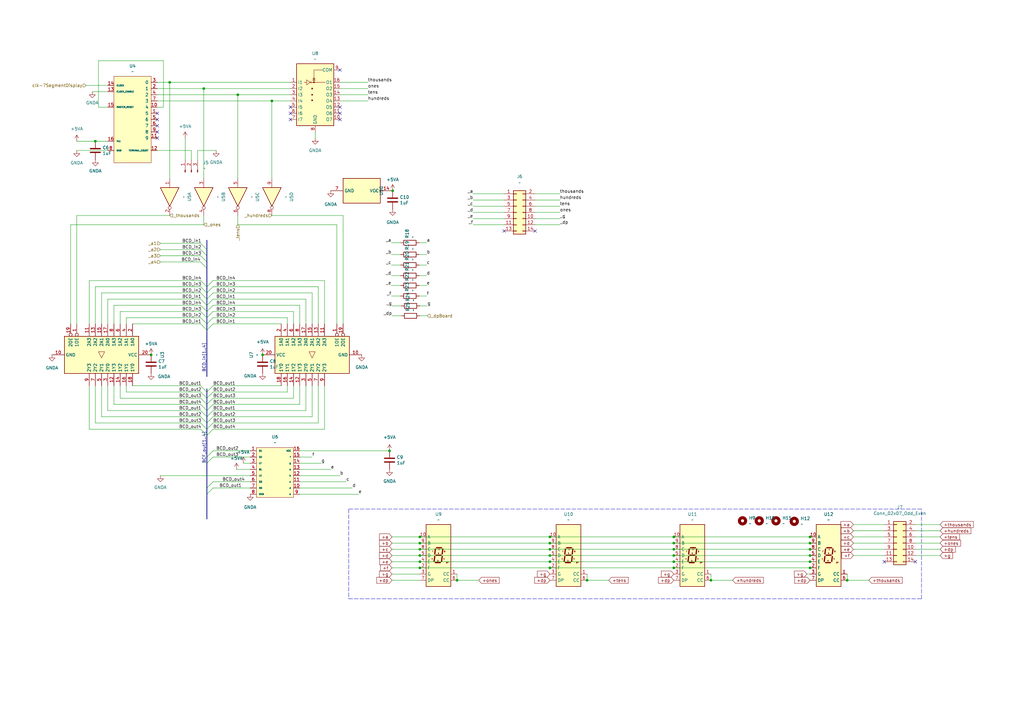
<source format=kicad_sch>
(kicad_sch (version 20211123) (generator eeschema)
  (paper "A3")
  (lib_symbols
    (symbol "74xx:74HC04"
      (property "Reference" "U" (at 0 1.27 0))
      (property "Value" "74HC04" (at 0 -1.27 0))
      (symbol "74HC04_1_0"
        (polyline (pts (xy -3.81 3.81) (xy -3.81 -3.81) (xy 3.81 0) (xy -3.81 3.81)) (stroke (width 0.254)) (fill (type background)))
        (pin input line (at -7.62 0 0) (length 3.81) (name "~") (number "1"))
        (pin output inverted (at 7.62 0 180) (length 3.81) (name "~") (number "2"))
      )
      (symbol "74HC04_2_0"
        (polyline (pts (xy -3.81 3.81) (xy -3.81 -3.81) (xy 3.81 0) (xy -3.81 3.81)) (stroke (width 0.254)) (fill (type background)))
        (pin input line (at -7.62 0 0) (length 3.81) (name "~") (number "3"))
        (pin output inverted (at 7.62 0 180) (length 3.81) (name "~") (number "4"))
      )
      (symbol "74HC04_3_0"
        (polyline (pts (xy -3.81 3.81) (xy -3.81 -3.81) (xy 3.81 0) (xy -3.81 3.81)) (stroke (width 0.254)) (fill (type background)))
        (pin input line (at -7.62 0 0) (length 3.81) (name "~") (number "5"))
        (pin output inverted (at 7.62 0 180) (length 3.81) (name "~") (number "6"))
      )
      (symbol "74HC04_4_0"
        (polyline (pts (xy -3.81 3.81) (xy -3.81 -3.81) (xy 3.81 0) (xy -3.81 3.81)) (stroke (width 0.254)) (fill (type background)))
        (pin output inverted (at 7.62 0 180) (length 3.81) (name "~") (number "8"))
        (pin input line (at -7.62 0 0) (length 3.81) (name "~") (number "9"))
      )
      (symbol "74HC04_5_0"
        (polyline (pts (xy -3.81 3.81) (xy -3.81 -3.81) (xy 3.81 0) (xy -3.81 3.81)) (stroke (width 0.254)) (fill (type background)))
        (pin output inverted (at 7.62 0 180) (length 3.81) (name "~") (number "10"))
        (pin input line (at -7.62 0 0) (length 3.81) (name "~") (number "11"))
      )
      (symbol "74HC04_6_0"
        (polyline (pts (xy -3.81 3.81) (xy -3.81 -3.81) (xy 3.81 0) (xy -3.81 3.81)) (stroke (width 0.254)) (fill (type background)))
        (pin output inverted (at 7.62 0 180) (length 3.81) (name "~") (number "12"))
        (pin input line (at -7.62 0 0) (length 3.81) (name "~") (number "13"))
      )
      (symbol "74HC04_7_0"
        (pin power_in line (at 0 12.7 270) (length 5.08) (name "VCC") (number "14"))
        (pin power_in line (at 0 -12.7 90) (length 5.08) (name "GND") (number "7"))
      )
      (symbol "74HC04_7_1"
        (rectangle (start -5.08 7.62) (end 5.08 -7.62) (stroke (width 0.254)) (fill (type background)))
      )
    )
    (symbol "74xx:74HCT244"
      (property "Reference" "U" (at -7.62 16.51 0))
      (property "Value" "74HCT244" (at -7.62 -16.51 0))
      (symbol "74HCT244_1_0"
        (polyline (pts (xy 1.27 0) (xy -1.27 1.27) (xy -1.27 -1.27) (xy 1.27 0)) (stroke (width 0.1524)))
        (pin input inverted (at -12.7 -10.16 0) (length 5.08) (name "1OE") (number "1"))
        (pin power_in line (at 0 -20.32 90) (length 5.08) (name "GND") (number "10"))
        (pin input line (at -12.7 -5.08 0) (length 5.08) (name "2A3") (number "11"))
        (pin tri_state line (at 12.7 5.08 180) (length 5.08) (name "1Y3") (number "12"))
        (pin input line (at -12.7 -2.54 0) (length 5.08) (name "2A2") (number "13"))
        (pin tri_state line (at 12.7 7.62 180) (length 5.08) (name "1Y2") (number "14"))
        (pin input line (at -12.7 0 0) (length 5.08) (name "2A1") (number "15"))
        (pin tri_state line (at 12.7 10.16 180) (length 5.08) (name "1Y1") (number "16"))
        (pin input line (at -12.7 2.54 0) (length 5.08) (name "2A0") (number "17"))
        (pin tri_state line (at 12.7 12.7 180) (length 5.08) (name "1Y0") (number "18"))
        (pin input inverted (at -12.7 -12.7 0) (length 5.08) (name "2OE") (number "19"))
        (pin input line (at -12.7 12.7 0) (length 5.08) (name "1A0") (number "2"))
        (pin power_in line (at 0 20.32 270) (length 5.08) (name "VCC") (number "20"))
        (pin tri_state line (at 12.7 2.54 180) (length 5.08) (name "2Y0") (number "3"))
        (pin input line (at -12.7 10.16 0) (length 5.08) (name "1A1") (number "4"))
        (pin tri_state line (at 12.7 0 180) (length 5.08) (name "2Y1") (number "5"))
        (pin input line (at -12.7 7.62 0) (length 5.08) (name "1A2") (number "6"))
        (pin tri_state line (at 12.7 -2.54 180) (length 5.08) (name "2Y2") (number "7"))
        (pin input line (at -12.7 5.08 0) (length 5.08) (name "1A3") (number "8"))
        (pin tri_state line (at 12.7 -5.08 180) (length 5.08) (name "2Y3") (number "9"))
      )
      (symbol "74HCT244_1_1"
        (rectangle (start -7.62 15.24) (end 7.62 -15.24) (stroke (width 0.254)) (fill (type background)))
      )
    )
    (symbol "Connector:Conn_01x03_Male" (pin_names (offset 1.016) hide)
      (property "Reference" "J" (at 0 5.08 0))
      (property "Value" "Conn_01x03_Male" (at 0 -5.08 0))
      (symbol "Conn_01x03_Male_1_1"
        (polyline (pts (xy 1.27 -2.54) (xy 0.8636 -2.54)) (stroke (width 0.1524)))
        (polyline (pts (xy 1.27 0) (xy 0.8636 0)) (stroke (width 0.1524)))
        (polyline (pts (xy 1.27 2.54) (xy 0.8636 2.54)) (stroke (width 0.1524)))
        (rectangle (start 0.8636 -2.413) (end 0 -2.667) (stroke (width 0.1524)) (fill (type outline)))
        (rectangle (start 0.8636 0.127) (end 0 -0.127) (stroke (width 0.1524)) (fill (type outline)))
        (rectangle (start 0.8636 2.667) (end 0 2.413) (stroke (width 0.1524)) (fill (type outline)))
        (pin passive line (at 5.08 2.54 180) (length 3.81) (name "Pin_1") (number "1"))
        (pin passive line (at 5.08 0 180) (length 3.81) (name "Pin_2") (number "2"))
        (pin passive line (at 5.08 -2.54 180) (length 3.81) (name "Pin_3") (number "3"))
      )
    )
    (symbol "Connector_Generic:Conn_02x07_Odd_Even" (pin_names (offset 1.016) hide)
      (property "Reference" "J" (at 1.27 10.16 0))
      (property "Value" "Conn_02x07_Odd_Even" (at 1.27 -10.16 0))
      (symbol "Conn_02x07_Odd_Even_1_1"
        (rectangle (start -1.27 -7.493) (end 0 -7.747) (stroke (width 0.1524)))
        (rectangle (start -1.27 -4.953) (end 0 -5.207) (stroke (width 0.1524)))
        (rectangle (start -1.27 -2.413) (end 0 -2.667) (stroke (width 0.1524)))
        (rectangle (start -1.27 0.127) (end 0 -0.127) (stroke (width 0.1524)))
        (rectangle (start -1.27 2.667) (end 0 2.413) (stroke (width 0.1524)))
        (rectangle (start -1.27 5.207) (end 0 4.953) (stroke (width 0.1524)))
        (rectangle (start -1.27 7.747) (end 0 7.493) (stroke (width 0.1524)))
        (rectangle (start -1.27 8.89) (end 3.81 -8.89) (stroke (width 0.254)) (fill (type background)))
        (rectangle (start 3.81 -7.493) (end 2.54 -7.747) (stroke (width 0.1524)))
        (rectangle (start 3.81 -4.953) (end 2.54 -5.207) (stroke (width 0.1524)))
        (rectangle (start 3.81 -2.413) (end 2.54 -2.667) (stroke (width 0.1524)))
        (rectangle (start 3.81 0.127) (end 2.54 -0.127) (stroke (width 0.1524)))
        (rectangle (start 3.81 2.667) (end 2.54 2.413) (stroke (width 0.1524)))
        (rectangle (start 3.81 5.207) (end 2.54 4.953) (stroke (width 0.1524)))
        (rectangle (start 3.81 7.747) (end 2.54 7.493) (stroke (width 0.1524)))
        (pin passive line (at -5.08 7.62 0) (length 3.81) (name "Pin_1") (number "1"))
        (pin passive line (at 7.62 -2.54 180) (length 3.81) (name "Pin_10") (number "10"))
        (pin passive line (at -5.08 -5.08 0) (length 3.81) (name "Pin_11") (number "11"))
        (pin passive line (at 7.62 -5.08 180) (length 3.81) (name "Pin_12") (number "12"))
        (pin passive line (at -5.08 -7.62 0) (length 3.81) (name "Pin_13") (number "13"))
        (pin passive line (at 7.62 -7.62 180) (length 3.81) (name "Pin_14") (number "14"))
        (pin passive line (at 7.62 7.62 180) (length 3.81) (name "Pin_2") (number "2"))
        (pin passive line (at -5.08 5.08 0) (length 3.81) (name "Pin_3") (number "3"))
        (pin passive line (at 7.62 5.08 180) (length 3.81) (name "Pin_4") (number "4"))
        (pin passive line (at -5.08 2.54 0) (length 3.81) (name "Pin_5") (number "5"))
        (pin passive line (at 7.62 2.54 180) (length 3.81) (name "Pin_6") (number "6"))
        (pin passive line (at -5.08 0 0) (length 3.81) (name "Pin_7") (number "7"))
        (pin passive line (at 7.62 0 180) (length 3.81) (name "Pin_8") (number "8"))
        (pin passive line (at -5.08 -2.54 0) (length 3.81) (name "Pin_9") (number "9"))
      )
    )
    (symbol "Device:C" (pin_numbers hide) (pin_names (offset 0.254))
      (property "Reference" "C" (at 0.635 2.54 0))
      (property "Value" "C" (at 0.635 -2.54 0))
      (symbol "C_0_1"
        (polyline (pts (xy -2.032 -0.762) (xy 2.032 -0.762)) (stroke (width 0.508)))
        (polyline (pts (xy -2.032 0.762) (xy 2.032 0.762)) (stroke (width 0.508)))
      )
      (symbol "C_1_1"
        (pin passive line (at 0 3.81 270) (length 2.794) (name "~") (number "1"))
        (pin passive line (at 0 -3.81 90) (length 2.794) (name "~") (number "2"))
      )
    )
    (symbol "Device:R" (pin_numbers hide) (pin_names (offset 0))
      (property "Reference" "R" (at 2.032 0 90))
      (property "Value" "R" (at 0 0 90))
      (symbol "R_0_1"
        (rectangle (start -1.016 -2.54) (end 1.016 2.54) (stroke (width 0.254)))
      )
      (symbol "R_1_1"
        (pin passive line (at 0 3.81 270) (length 1.27) (name "~") (number "1"))
        (pin passive line (at 0 -3.81 90) (length 1.27) (name "~") (number "2"))
      )
    )
    (symbol "Display_Character:HDSP-7503"
      (property "Reference" "U" (at -3.81 13.97 0))
      (property "Value" "HDSP-7503" (at 6.35 13.97 0))
      (symbol "HDSP-7503_1_0"
        (text "A" (at 0.254 2.413 0) (effects (font (size 0.508 0.508))))
        (text "B" (at 2.54 1.651 0) (effects (font (size 0.508 0.508))))
        (text "C" (at 2.286 -1.397 0) (effects (font (size 0.508 0.508))))
        (text "D" (at -0.254 -2.159 0) (effects (font (size 0.508 0.508))))
        (text "DP" (at 3.556 -2.921 0) (effects (font (size 0.508 0.508))))
        (text "E" (at -2.54 -1.397 0) (effects (font (size 0.508 0.508))))
        (text "F" (at -2.286 1.651 0) (effects (font (size 0.508 0.508))))
        (text "G" (at 0 0.889 0) (effects (font (size 0.508 0.508))))
      )
      (symbol "HDSP-7503_1_1"
        (rectangle (start -5.08 12.7) (end 5.08 -12.7) (stroke (width 0.254)) (fill (type background)))
        (polyline (pts (xy -1.524 -0.381) (xy -1.778 -2.413)) (stroke (width 0.508)))
        (polyline (pts (xy -1.27 -2.921) (xy 0.762 -2.921)) (stroke (width 0.508)))
        (polyline (pts (xy -1.27 2.667) (xy -1.524 0.635)) (stroke (width 0.508)))
        (polyline (pts (xy -1.016 0.127) (xy 1.016 0.127)) (stroke (width 0.508)))
        (polyline (pts (xy -0.762 3.175) (xy 1.27 3.175)) (stroke (width 0.508)))
        (polyline (pts (xy 1.524 -0.381) (xy 1.27 -2.413)) (stroke (width 0.508)))
        (polyline (pts (xy 1.778 2.667) (xy 1.524 0.635)) (stroke (width 0.508)))
        (polyline (pts (xy 2.54 -2.921) (xy 2.54 -2.921)) (stroke (width 0.508)))
        (pin input line (at 7.62 -7.62 180) (length 2.54) (name "CC") (number "1"))
        (pin input line (at -7.62 7.62 0) (length 2.54) (name "A") (number "10"))
        (pin input line (at -7.62 -5.08 0) (length 2.54) (name "F") (number "2"))
        (pin input line (at -7.62 -7.62 0) (length 2.54) (name "G") (number "3"))
        (pin input line (at -7.62 -2.54 0) (length 2.54) (name "E") (number "4"))
        (pin input line (at -7.62 0 0) (length 2.54) (name "D") (number "5"))
        (pin input line (at 7.62 -10.16 180) (length 2.54) (name "CC") (number "6"))
        (pin input line (at -7.62 -10.16 0) (length 2.54) (name "DP") (number "7"))
        (pin input line (at -7.62 2.54 0) (length 2.54) (name "C") (number "8"))
        (pin input line (at -7.62 5.08 0) (length 2.54) (name "B") (number "9"))
      )
    )
    (symbol "Mechanical:MountingHole" (pin_names (offset 1.016))
      (property "Reference" "H" (at 0 5.08 0))
      (property "Value" "MountingHole" (at 0 3.175 0))
      (symbol "MountingHole_0_1"
        (circle (center 0 0) (radius 1.27) (stroke (width 1.27)))
      )
    )
    (symbol "Transistor_Array:ULN2003"
      (property "Reference" "U" (at 0 15.875 0))
      (property "Value" "ULN2003" (at 0 13.97 0))
      (symbol "ULN2003_0_1"
        (rectangle (start -7.62 -12.7) (end 7.62 12.7) (stroke (width 0.254)) (fill (type background)))
        (circle (center -1.778 5.08) (radius 0.254))
        (circle (center -1.27 -2.286) (radius 0.254) (fill (type outline)))
        (circle (center -1.27 0) (radius 0.254) (fill (type outline)))
        (circle (center -1.27 2.54) (radius 0.254) (fill (type outline)))
        (circle (center -0.508 5.08) (radius 0.254) (fill (type outline)))
        (polyline (pts (xy -4.572 5.08) (xy -3.556 5.08)))
        (polyline (pts (xy -1.524 5.08) (xy 4.064 5.08)))
        (polyline (pts (xy 0 6.731) (xy -1.016 6.731)))
        (polyline (pts (xy -0.508 5.08) (xy -0.508 10.16) (xy 2.921 10.16)))
        (polyline (pts (xy -3.556 6.096) (xy -3.556 4.064) (xy -2.032 5.08) (xy -3.556 6.096)))
        (polyline (pts (xy 0 5.969) (xy -1.016 5.969) (xy -0.508 6.731) (xy 0 5.969)))
      )
      (symbol "ULN2003_1_1"
        (pin input line (at -10.16 5.08 0) (length 2.54) (name "I1") (number "1"))
        (pin open_collector line (at 10.16 -10.16 180) (length 2.54) (name "O7") (number "10"))
        (pin open_collector line (at 10.16 -7.62 180) (length 2.54) (name "O6") (number "11"))
        (pin open_collector line (at 10.16 -5.08 180) (length 2.54) (name "O5") (number "12"))
        (pin open_collector line (at 10.16 -2.54 180) (length 2.54) (name "O4") (number "13"))
        (pin open_collector line (at 10.16 0 180) (length 2.54) (name "O3") (number "14"))
        (pin open_collector line (at 10.16 2.54 180) (length 2.54) (name "O2") (number "15"))
        (pin open_collector line (at 10.16 5.08 180) (length 2.54) (name "O1") (number "16"))
        (pin input line (at -10.16 2.54 0) (length 2.54) (name "I2") (number "2"))
        (pin input line (at -10.16 0 0) (length 2.54) (name "I3") (number "3"))
        (pin input line (at -10.16 -2.54 0) (length 2.54) (name "I4") (number "4"))
        (pin input line (at -10.16 -5.08 0) (length 2.54) (name "I5") (number "5"))
        (pin input line (at -10.16 -7.62 0) (length 2.54) (name "I6") (number "6"))
        (pin input line (at -10.16 -10.16 0) (length 2.54) (name "I7") (number "7"))
        (pin power_in line (at 0 -15.24 90) (length 2.54) (name "GND") (number "8"))
        (pin passive line (at 10.16 10.16 180) (length 2.54) (name "COM") (number "9"))
      )
    )
    (symbol "knownParts:74HC4017E" (pin_names (offset 1.016))
      (property "Reference" "U" (at 0 -6.35 0))
      (property "Value" "74HC4017E" (at 0 13.97 0))
      (symbol "74HC4017E_0_1"
        (rectangle (start -7.62 10.16) (end 7.62 -25.4) (fill (type background)))
      )
      (symbol "74HC4017E_1_1"
        (pin output line (at 10.16 -5.08 180) (length 2.54) (name "5") (number "1"))
        (pin output line (at 10.16 -2.54 180) (length 2.54) (name "4") (number "10"))
        (pin output line (at 10.16 -15.24 180) (length 2.54) (name "9") (number "11"))
        (pin output line (at 10.16 -20.32 180) (length 2.54) (name "TERMINAL_COUNT") (number "12"))
        (pin input line (at -10.16 3.81 0) (length 2.54) (name "CLOCK_ENABLE") (number "13"))
        (pin input line (at -10.16 6.35 0) (length 2.54) (name "CLOCK") (number "14"))
        (pin input line (at -10.16 -2.54 0) (length 2.54) (name "MASTER_RESET") (number "15"))
        (pin power_in line (at -10.16 -16.51 0) (length 2.54) (name "Vcc") (number "16"))
        (pin output line (at 10.16 5.08 180) (length 2.54) (name "1") (number "2"))
        (pin output line (at 10.16 7.62 180) (length 2.54) (name "0") (number "3"))
        (pin output line (at 10.16 2.54 180) (length 2.54) (name "2") (number "4"))
        (pin output line (at 10.16 -7.62 180) (length 2.54) (name "6") (number "5"))
        (pin output line (at 10.16 -10.16 180) (length 2.54) (name "7") (number "6"))
        (pin output line (at 10.16 0 180) (length 2.54) (name "3") (number "7"))
        (pin power_in line (at -10.16 -20.32 0) (length 2.54) (name "GND") (number "8"))
        (pin output line (at 10.16 -12.7 180) (length 2.54) (name "8") (number "9"))
      )
    )
    (symbol "knownParts:74HC4511E" (pin_names (offset 1.016))
      (property "Reference" "U" (at 0 -1.27 0))
      (property "Value" "74HC4511E" (at 0 12.7 0))
      (symbol "74HC4511E_0_1"
        (rectangle (start -7.62 10.16) (end 7.62 -10.16) (fill (type background)))
      )
      (symbol "74HC4511E_1_1"
        (pin input line (at -10.16 8.89 0) (length 2.54) (name "D1") (number "1"))
        (pin output line (at 10.16 -6.35 180) (length 2.54) (name "d") (number "10"))
        (pin output line (at 10.16 -3.81 180) (length 2.54) (name "c") (number "11"))
        (pin output line (at 10.16 -1.27 180) (length 2.54) (name "b") (number "12"))
        (pin output line (at 10.16 1.27 180) (length 2.54) (name "a") (number "13"))
        (pin output line (at 10.16 3.81 180) (length 2.54) (name "g") (number "14"))
        (pin output line (at 10.16 6.35 180) (length 2.54) (name "f") (number "15"))
        (pin power_in line (at 10.16 8.89 180) (length 2.54) (name "VCC") (number "16"))
        (pin input line (at -10.16 6.35 0) (length 2.54) (name "D2") (number "2"))
        (pin input line (at -10.16 3.81 0) (length 2.54) (name "LT") (number "3"))
        (pin input line (at -10.16 1.27 0) (length 2.54) (name "BL") (number "4"))
        (pin input line (at -10.16 -1.27 0) (length 2.54) (name "LE") (number "5"))
        (pin input line (at -10.16 -3.81 0) (length 2.54) (name "D3") (number "6"))
        (pin input line (at -10.16 -6.35 0) (length 2.54) (name "D0") (number "7"))
        (pin power_in line (at -10.16 -8.89 0) (length 2.54) (name "GND") (number "8"))
        (pin output line (at 10.16 -8.89 180) (length 2.54) (name "e") (number "9"))
      )
    )
    (symbol "power:+5VA" (power) (pin_names (offset 0))
      (property "Value" "+5VA" (at 0 3.556 0))
      (symbol "+5VA_0_1"
        (polyline (pts (xy -0.762 1.27) (xy 0 2.54)))
        (polyline (pts (xy 0 0) (xy 0 2.54)))
        (polyline (pts (xy 0 2.54) (xy 0.762 1.27)))
      )
      (symbol "+5VA_1_1"
        (pin power_in line (at 0 0 90) (length 0) hide (name "+5VA") (number "1"))
      )
    )
    (symbol "power:GNDA" (power) (pin_names (offset 0))
      (property "Value" "GNDA" (at 0 -3.81 0))
      (symbol "GNDA_0_1"
        (polyline (pts (xy 0 0) (xy 0 -1.27) (xy 1.27 -1.27) (xy 0 -2.54) (xy -1.27 -1.27) (xy 0 -1.27)))
      )
      (symbol "GNDA_1_1"
        (pin power_in line (at 0 0 270) (length 0) hide (name "GNDA") (number "1"))
      )
    )
  )
  (junction (at 187.452 237.998))
  (junction (at 39.116 57.912))
  (junction (at 276.352 222.758))
  (junction (at 291.592 237.998))
  (junction (at 276.352 232.918))
  (junction (at 172.212 230.378))
  (junction (at 332.232 230.378))
  (junction (at 161.036 78.232))
  (junction (at 332.232 232.918))
  (junction (at 225.552 230.378))
  (junction (at 332.232 225.298))
  (junction (at 225.552 225.298))
  (junction (at 172.212 225.298))
  (junction (at 61.976 145.542))
  (junction (at 83.566 36.322))
  (junction (at 276.352 227.838))
  (junction (at 332.232 222.758))
  (junction (at 225.552 222.758))
  (junction (at 172.212 232.918))
  (junction (at 69.596 33.782))
  (junction (at 240.792 237.998))
  (junction (at 276.352 220.218))
  (junction (at 107.696 145.542))
  (junction (at 276.352 225.298))
  (junction (at 332.232 227.838))
  (junction (at 332.232 220.218))
  (junction (at 347.472 237.998))
  (junction (at 97.536 38.862))
  (junction (at 276.352 230.378))
  (junction (at 172.212 222.758))
  (junction (at 172.212 227.838))
  (junction (at 225.552 232.918))
  (junction (at 225.552 220.218))
  (junction (at 225.552 227.838))
  (junction (at 172.212 220.218))
  (junction (at 111.506 41.402))
  (junction (at 159.766 184.912))
  (no_connect (at 362.712 230.378))
  (no_connect (at 375.412 230.378))
  (no_connect (at 64.516 46.482))
  (no_connect (at 139.446 49.022))
  (no_connect (at 219.456 94.742))
  (no_connect (at 119.126 43.942))
  (no_connect (at 64.516 49.022))
  (no_connect (at 64.516 56.642))
  (no_connect (at 64.516 54.102))
  (no_connect (at 139.446 43.942))
  (no_connect (at 119.126 49.022))
  (no_connect (at 206.756 94.742))
  (no_connect (at 139.446 28.702))
  (no_connect (at 64.516 51.562))
  (no_connect (at 119.126 46.482))
  (no_connect (at 139.446 46.482))
  (bus_entry (at 82.296 125.222) (size 2.54 2.54))
  (bus_entry (at 87.376 176.022) (size -2.54 2.54))
  (bus_entry (at 87.376 122.682) (size -2.54 2.54))
  (bus_entry (at 82.296 163.322) (size 2.54 2.54))
  (bus_entry (at 87.376 127.762) (size -2.54 2.54))
  (bus_entry (at 82.296 102.362) (size 2.54 2.54))
  (bus_entry (at 87.376 168.402) (size -2.54 2.54))
  (bus_entry (at 82.296 176.022) (size 2.54 2.54))
  (bus_entry (at 82.296 107.442) (size 2.54 2.54))
  (bus_entry (at 87.376 158.242) (size -2.54 2.54))
  (bus_entry (at 87.376 115.062) (size -2.54 2.54))
  (bus_entry (at 87.376 125.222) (size -2.54 2.54))
  (bus_entry (at 87.376 187.452) (size -2.54 2.54))
  (bus_entry (at 82.296 173.482) (size 2.54 2.54))
  (bus_entry (at 87.376 120.142) (size -2.54 2.54))
  (bus_entry (at 87.376 197.612) (size -2.54 2.54))
  (bus_entry (at 82.296 104.902) (size 2.54 2.54))
  (bus_entry (at 82.296 165.862) (size 2.54 2.54))
  (bus_entry (at 82.296 99.822) (size 2.54 2.54))
  (bus_entry (at 87.376 170.942) (size -2.54 2.54))
  (bus_entry (at 82.296 120.142) (size 2.54 2.54))
  (bus_entry (at 87.376 173.482) (size -2.54 2.54))
  (bus_entry (at 82.296 127.762) (size 2.54 2.54))
  (bus_entry (at 87.376 117.602) (size -2.54 2.54))
  (bus_entry (at 87.376 165.862) (size -2.54 2.54))
  (bus_entry (at 87.376 184.912) (size -2.54 2.54))
  (bus_entry (at 82.296 158.242) (size 2.54 2.54))
  (bus_entry (at 87.376 132.842) (size -2.54 2.54))
  (bus_entry (at 82.296 168.402) (size 2.54 2.54))
  (bus_entry (at 87.376 130.302) (size -2.54 2.54))
  (bus_entry (at 87.376 160.782) (size -2.54 2.54))
  (bus_entry (at 82.296 130.302) (size 2.54 2.54))
  (bus_entry (at 82.296 170.942) (size 2.54 2.54))
  (bus_entry (at 87.376 163.322) (size -2.54 2.54))
  (bus_entry (at 87.376 200.152) (size -2.54 2.54))
  (bus_entry (at 82.296 117.602) (size 2.54 2.54))
  (bus_entry (at 82.296 115.062) (size 2.54 2.54))
  (bus_entry (at 82.296 122.682) (size 2.54 2.54))
  (bus_entry (at 82.296 160.782) (size 2.54 2.54))
  (bus_entry (at 82.296 132.842) (size 2.54 2.54))
  (wire (pts (xy 130.556 132.842) (xy 130.556 117.602)))
  (wire (pts (xy 139.446 38.862) (xy 150.876 38.862)))
  (wire (pts (xy 44.196 122.682) (xy 82.296 122.682)))
  (wire (pts (xy 39.116 173.482) (xy 82.296 173.482)))
  (wire (pts (xy 375.412 225.298) (xy 385.572 225.298)))
  (wire (pts (xy 150.876 33.782) (xy 139.446 33.782)))
  (wire (pts (xy 332.232 232.918) (xy 333.502 232.918)))
  (wire (pts (xy 69.596 33.782) (xy 69.596 73.152)))
  (wire (pts (xy 139.446 195.072) (xy 122.936 195.072)))
  (wire (pts (xy 97.536 38.862) (xy 97.536 73.152)))
  (wire (pts (xy 69.596 33.782) (xy 119.126 33.782)))
  (wire (pts (xy 160.782 227.838) (xy 172.212 227.838)))
  (wire (pts (xy 172.212 220.218) (xy 225.552 220.218)))
  (wire (pts (xy 83.566 36.322) (xy 119.126 36.322)))
  (wire (pts (xy 49.276 163.322) (xy 82.296 163.322)))
  (wire (pts (xy 67.056 43.942) (xy 64.516 43.942)))
  (wire (pts (xy 172.1965 129.54) (xy 175.26 129.54)))
  (wire (pts (xy 332.232 222.758) (xy 333.502 222.758)))
  (wire (pts (xy 276.352 225.298) (xy 332.232 225.298)))
  (wire (pts (xy 240.792 235.458) (xy 240.792 237.998)))
  (wire (pts (xy 125.476 132.842) (xy 125.476 122.682)))
  (wire (pts (xy 65.786 104.902) (xy 82.296 104.902)))
  (wire (pts (xy 36.576 115.062) (xy 82.296 115.062)))
  (wire (pts (xy 350.012 220.218) (xy 362.712 220.218)))
  (wire (pts (xy 102.616 187.452) (xy 87.376 187.452)))
  (bus (pts (xy 84.836 200.152) (xy 84.836 202.692)))
  (wire (pts (xy 160.782 237.998) (xy 172.212 237.998)))
  (bus (pts (xy 84.836 173.482) (xy 84.836 176.022)))
  (wire (pts (xy 65.786 195.072) (xy 102.616 195.072)))
  (wire (pts (xy 122.936 125.222) (xy 87.376 125.222)))
  (wire (pts (xy 194.056 92.202) (xy 206.756 92.202)))
  (wire (pts (xy 350.012 215.138) (xy 362.712 215.138)))
  (wire (pts (xy 147.066 202.692) (xy 122.936 202.692)))
  (wire (pts (xy 122.936 165.862) (xy 87.376 165.862)))
  (wire (pts (xy 187.452 235.458) (xy 187.452 237.998)))
  (polyline (pts (xy 377.952 208.788) (xy 143.002 208.788)))
  (wire (pts (xy 141.986 197.612) (xy 122.936 197.612)))
  (wire (pts (xy 46.736 125.222) (xy 82.296 125.222)))
  (wire (pts (xy 130.556 158.242) (xy 130.556 173.482)))
  (wire (pts (xy 229.616 89.662) (xy 219.456 89.662)))
  (wire (pts (xy 122.936 184.912) (xy 159.766 184.912)))
  (wire (pts (xy 133.096 132.842) (xy 133.096 115.062)))
  (wire (pts (xy 160.782 235.458) (xy 172.212 235.458)))
  (wire (pts (xy 46.736 158.242) (xy 46.736 165.862)))
  (wire (pts (xy 229.616 79.502) (xy 219.456 79.502)))
  (wire (pts (xy 225.552 227.838) (xy 276.352 227.838)))
  (wire (pts (xy 171.9425 117.094) (xy 175.006 117.094)))
  (wire (pts (xy 36.576 132.842) (xy 36.576 115.062)))
  (wire (pts (xy 125.476 168.402) (xy 87.376 168.402)))
  (wire (pts (xy 160.782 225.298) (xy 172.212 225.298)))
  (wire (pts (xy 300.482 237.998) (xy 291.592 237.998)))
  (wire (pts (xy 78.486 61.722) (xy 78.486 65.532)))
  (wire (pts (xy 171.9425 104.394) (xy 175.006 104.394)))
  (bus (pts (xy 84.836 160.782) (xy 84.836 163.322)))
  (wire (pts (xy 160.5125 121.412) (xy 164.3225 121.412)))
  (wire (pts (xy 194.056 89.662) (xy 206.756 89.662)))
  (wire (pts (xy 330.962 235.458) (xy 332.232 235.458)))
  (wire (pts (xy 51.816 158.242) (xy 51.816 160.782)))
  (bus (pts (xy 84.836 189.992) (xy 84.836 200.152)))
  (wire (pts (xy 172.212 222.758) (xy 225.552 222.758)))
  (wire (pts (xy 332.232 227.838) (xy 333.502 227.838)))
  (polyline (pts (xy 377.952 245.618) (xy 377.952 208.788)))
  (bus (pts (xy 84.836 170.942) (xy 84.836 173.482)))
  (bus (pts (xy 84.836 178.562) (xy 84.836 187.452)))
  (bus (pts (xy 84.836 165.862) (xy 84.836 168.402)))
  (bus (pts (xy 84.836 132.842) (xy 84.836 135.382)))
  (wire (pts (xy 111.506 73.152) (xy 111.506 41.402)))
  (bus (pts (xy 84.836 109.982) (xy 84.836 117.602)))
  (wire (pts (xy 117.856 130.302) (xy 87.376 130.302)))
  (wire (pts (xy 122.936 132.842) (xy 122.936 125.222)))
  (bus (pts (xy 84.836 98.552) (xy 84.836 102.362)))
  (wire (pts (xy 160.782 220.218) (xy 172.212 220.218)))
  (wire (pts (xy 194.056 82.042) (xy 206.756 82.042)))
  (wire (pts (xy 31.496 61.722) (xy 44.196 61.722)))
  (wire (pts (xy 35.306 35.052) (xy 44.196 35.052)))
  (wire (pts (xy 44.196 132.842) (xy 44.196 122.682)))
  (wire (pts (xy 276.352 222.758) (xy 332.232 222.758)))
  (wire (pts (xy 196.342 237.998) (xy 187.452 237.998)))
  (bus (pts (xy 84.836 125.222) (xy 84.836 127.762)))
  (wire (pts (xy 41.656 170.942) (xy 82.296 170.942)))
  (wire (pts (xy 133.096 115.062) (xy 87.376 115.062)))
  (wire (pts (xy 39.116 57.912) (xy 44.196 57.912)))
  (wire (pts (xy 102.616 200.152) (xy 87.376 200.152)))
  (bus (pts (xy 84.836 159.512) (xy 84.836 160.782)))
  (bus (pts (xy 84.836 122.682) (xy 84.836 125.222)))
  (wire (pts (xy 81.026 61.722) (xy 81.026 65.532)))
  (wire (pts (xy 125.476 158.242) (xy 125.476 168.402)))
  (wire (pts (xy 28.956 92.202) (xy 28.956 132.842)))
  (polyline (pts (xy 143.002 208.788) (xy 143.002 245.618)))
  (wire (pts (xy 140.716 88.392) (xy 140.716 132.842)))
  (wire (pts (xy 44.196 43.942) (xy 40.386 43.942)))
  (wire (pts (xy 356.362 237.998) (xy 347.472 237.998)))
  (bus (pts (xy 84.836 127.762) (xy 84.836 130.302)))
  (wire (pts (xy 276.352 220.218) (xy 332.232 220.218)))
  (wire (pts (xy 332.232 230.378) (xy 333.502 230.378)))
  (wire (pts (xy 39.116 132.842) (xy 39.116 117.602)))
  (wire (pts (xy 75.946 56.642) (xy 75.946 65.532)))
  (wire (pts (xy 375.412 220.218) (xy 385.572 220.218)))
  (bus (pts (xy 84.836 176.022) (xy 84.836 178.562)))
  (wire (pts (xy 131.826 189.992) (xy 122.936 189.992)))
  (wire (pts (xy 229.616 92.202) (xy 219.456 92.202)))
  (wire (pts (xy 150.876 41.402) (xy 139.446 41.402)))
  (wire (pts (xy 54.356 158.242) (xy 82.296 158.242)))
  (wire (pts (xy 172.212 230.378) (xy 225.552 230.378)))
  (wire (pts (xy 117.856 158.242) (xy 117.856 160.782)))
  (wire (pts (xy 225.552 230.378) (xy 276.352 230.378)))
  (wire (pts (xy 51.816 132.842) (xy 51.816 130.302)))
  (wire (pts (xy 160.782 222.758) (xy 172.212 222.758)))
  (wire (pts (xy 115.316 158.242) (xy 87.376 158.242)))
  (wire (pts (xy 46.736 132.842) (xy 46.736 125.222)))
  (wire (pts (xy 150.876 36.322) (xy 139.446 36.322)))
  (wire (pts (xy 41.656 158.242) (xy 41.656 170.942)))
  (wire (pts (xy 111.506 88.392) (xy 140.716 88.392)))
  (wire (pts (xy 229.616 82.042) (xy 219.456 82.042)))
  (wire (pts (xy 81.026 61.722) (xy 88.646 61.722)))
  (wire (pts (xy 135.636 192.532) (xy 122.936 192.532)))
  (wire (pts (xy 225.552 222.758) (xy 276.352 222.758)))
  (wire (pts (xy 36.576 176.022) (xy 82.296 176.022)))
  (wire (pts (xy 97.536 38.862) (xy 64.516 38.862)))
  (wire (pts (xy 225.552 225.298) (xy 276.352 225.298)))
  (wire (pts (xy 350.012 227.838) (xy 362.712 227.838)))
  (wire (pts (xy 83.566 73.152) (xy 83.566 36.322)))
  (wire (pts (xy 111.506 41.402) (xy 64.516 41.402)))
  (wire (pts (xy 67.056 24.892) (xy 67.056 43.942)))
  (wire (pts (xy 130.556 117.602) (xy 87.376 117.602)))
  (wire (pts (xy 194.056 87.122) (xy 206.756 87.122)))
  (wire (pts (xy 31.496 88.392) (xy 31.496 132.842)))
  (polyline (pts (xy 143.002 245.618) (xy 377.952 245.618)))
  (wire (pts (xy 46.736 165.862) (xy 82.296 165.862)))
  (bus (pts (xy 84.836 120.142) (xy 84.836 122.682)))
  (wire (pts (xy 51.816 160.782) (xy 82.296 160.782)))
  (wire (pts (xy 194.056 84.582) (xy 206.756 84.582)))
  (wire (pts (xy 128.016 170.942) (xy 87.376 170.942)))
  (wire (pts (xy 39.116 117.602) (xy 82.296 117.602)))
  (bus (pts (xy 84.836 117.602) (xy 84.836 120.142)))
  (wire (pts (xy 99.822 189.992) (xy 102.616 189.992)))
  (wire (pts (xy 229.616 84.582) (xy 219.456 84.582)))
  (wire (pts (xy 128.016 120.142) (xy 87.376 120.142)))
  (wire (pts (xy 117.856 160.782) (xy 87.376 160.782)))
  (wire (pts (xy 375.412 215.138) (xy 385.572 215.138)))
  (wire (pts (xy 49.276 158.242) (xy 49.276 163.322)))
  (wire (pts (xy 119.126 41.402) (xy 111.506 41.402)))
  (wire (pts (xy 31.496 88.392) (xy 69.596 88.392)))
  (wire (pts (xy 172.212 232.918) (xy 225.552 232.918)))
  (wire (pts (xy 160.5125 104.394) (xy 164.3225 104.394)))
  (wire (pts (xy 51.816 130.302) (xy 82.296 130.302)))
  (wire (pts (xy 160.7665 125.476) (xy 164.5765 125.476)))
  (wire (pts (xy 65.786 99.822) (xy 82.296 99.822)))
  (wire (pts (xy 102.616 197.612) (xy 87.376 197.612)))
  (wire (pts (xy 291.592 235.458) (xy 291.592 237.998)))
  (wire (pts (xy 64.516 61.722) (xy 78.486 61.722)))
  (wire (pts (xy 160.782 232.918) (xy 172.212 232.918)))
  (bus (pts (xy 84.836 102.362) (xy 84.836 104.902)))
  (wire (pts (xy 115.316 132.842) (xy 87.376 132.842)))
  (wire (pts (xy 276.352 232.918) (xy 332.232 232.918)))
  (wire (pts (xy 276.352 230.378) (xy 332.232 230.378)))
  (wire (pts (xy 347.472 235.458) (xy 347.472 237.998)))
  (wire (pts (xy 332.232 225.298) (xy 333.502 225.298)))
  (wire (pts (xy 160.5125 117.094) (xy 164.3225 117.094)))
  (wire (pts (xy 37.846 37.592) (xy 44.196 37.592)))
  (wire (pts (xy 144.526 200.152) (xy 122.936 200.152)))
  (wire (pts (xy 40.386 24.892) (xy 67.056 24.892)))
  (wire (pts (xy 28.956 92.202) (xy 83.566 92.202)))
  (wire (pts (xy 129.286 56.642) (xy 129.286 54.102)))
  (wire (pts (xy 87.376 163.322) (xy 120.396 163.322)))
  (wire (pts (xy 225.552 220.218) (xy 276.352 220.218)))
  (bus (pts (xy 84.836 107.442) (xy 84.836 109.982)))
  (wire (pts (xy 97.536 92.202) (xy 138.176 92.202)))
  (wire (pts (xy 375.412 222.758) (xy 385.572 222.758)))
  (wire (pts (xy 194.056 79.502) (xy 206.756 79.502)))
  (wire (pts (xy 69.596 33.782) (xy 64.516 33.782)))
  (wire (pts (xy 130.556 173.482) (xy 87.376 173.482)))
  (wire (pts (xy 350.012 217.678) (xy 362.712 217.678)))
  (wire (pts (xy 39.116 158.242) (xy 39.116 173.482)))
  (wire (pts (xy 160.5125 99.568) (xy 164.3225 99.568)))
  (bus (pts (xy 84.836 135.382) (xy 84.836 154.432)))
  (wire (pts (xy 65.786 102.362) (xy 82.296 102.362)))
  (wire (pts (xy 36.576 158.242) (xy 36.576 176.022)))
  (wire (pts (xy 120.396 158.242) (xy 120.396 163.322)))
  (wire (pts (xy 276.352 227.838) (xy 332.232 227.838)))
  (bus (pts (xy 84.836 168.402) (xy 84.836 170.942)))
  (wire (pts (xy 160.782 230.378) (xy 172.212 230.378)))
  (wire (pts (xy 171.9425 121.412) (xy 175.006 121.412)))
  (wire (pts (xy 102.616 184.912) (xy 87.376 184.912)))
  (wire (pts (xy 125.476 122.682) (xy 87.376 122.682)))
  (wire (pts (xy 171.9425 99.568) (xy 175.006 99.568)))
  (wire (pts (xy 172.212 227.838) (xy 225.552 227.838)))
  (wire (pts (xy 128.016 158.242) (xy 128.016 170.942)))
  (wire (pts (xy 44.196 168.402) (xy 82.296 168.402)))
  (wire (pts (xy 160.7665 129.54) (xy 164.5765 129.54)))
  (wire (pts (xy 97.536 88.392) (xy 97.536 92.202)))
  (wire (pts (xy 128.016 187.452) (xy 122.936 187.452)))
  (wire (pts (xy 171.9425 113.03) (xy 175.006 113.03)))
  (wire (pts (xy 40.386 43.942) (xy 40.386 24.892)))
  (wire (pts (xy 119.126 38.862) (xy 97.536 38.862)))
  (wire (pts (xy 249.682 237.998) (xy 240.792 237.998)))
  (wire (pts (xy 375.412 217.678) (xy 385.572 217.678)))
  (wire (pts (xy 172.212 225.298) (xy 225.552 225.298)))
  (wire (pts (xy 171.9425 108.712) (xy 175.006 108.712)))
  (wire (pts (xy 49.276 127.762) (xy 82.296 127.762)))
  (wire (pts (xy 350.012 222.758) (xy 362.712 222.758)))
  (wire (pts (xy 87.376 127.762) (xy 120.396 127.762)))
  (wire (pts (xy 122.936 158.242) (xy 122.936 165.862)))
  (wire (pts (xy 41.656 132.842) (xy 41.656 120.142)))
  (wire (pts (xy 117.856 132.842) (xy 117.856 130.302)))
  (wire (pts (xy 229.616 87.122) (xy 219.456 87.122)))
  (wire (pts (xy 225.552 232.918) (xy 276.352 232.918)))
  (bus (pts (xy 84.836 130.302) (xy 84.836 132.842)))
  (wire (pts (xy 133.096 158.242) (xy 133.096 176.022)))
  (wire (pts (xy 83.566 92.202) (xy 83.566 88.392)))
  (wire (pts (xy 96.99 192.532) (xy 102.616 192.532)))
  (wire (pts (xy 332.232 220.218) (xy 333.502 220.218)))
  (wire (pts (xy 172.1965 125.476) (xy 175.26 125.476)))
  (wire (pts (xy 49.276 132.842) (xy 49.276 127.762)))
  (bus (pts (xy 84.836 104.902) (xy 84.836 107.442)))
  (bus (pts (xy 84.836 202.692) (xy 84.836 212.852)))
  (wire (pts (xy 138.176 92.202) (xy 138.176 132.842)))
  (wire (pts (xy 31.496 57.912) (xy 39.116 57.912)))
  (wire (pts (xy 54.356 132.842) (xy 82.296 132.842)))
  (wire (pts (xy 64.516 36.322) (xy 83.566 36.322)))
  (wire (pts (xy 128.016 132.842) (xy 128.016 120.142)))
  (wire (pts (xy 133.096 176.022) (xy 87.376 176.022)))
  (wire (pts (xy 44.196 158.242) (xy 44.196 168.402)))
  (bus (pts (xy 84.836 187.452) (xy 84.836 189.992)))
  (bus (pts (xy 84.836 163.322) (xy 84.836 165.862)))
  (wire (pts (xy 160.5125 108.712) (xy 164.3225 108.712)))
  (wire (pts (xy 350.012 225.298) (xy 362.712 225.298)))
  (wire (pts (xy 120.396 132.842) (xy 120.396 127.762)))
  (wire (pts (xy 41.656 120.142) (xy 82.296 120.142)))
  (wire (pts (xy 385.572 227.838) (xy 375.412 227.838)))
  (wire (pts (xy 65.786 107.442) (xy 82.296 107.442)))
  (wire (pts (xy 160.5125 113.03) (xy 164.3225 113.03)))
  (label "thousands" (at 150.876 33.782 0))
  (label "BCD_in3" (at 74.676 104.902 0))
  (label "BCD_out4" (at 87.376 176.022 0))
  (label "f" (at 128.016 187.452 0))
  (label "BCD_out1" (at 73.406 158.242 0))
  (label "BCD_out4" (at 91.186 197.612 0))
  (label "BCD_out2" (at 73.406 170.942 0))
  (label "d" (at 175.006 113.03 0))
  (label "_d" (at 194.056 87.122 180))
  (label "BCD_out4" (at 87.376 165.862 0))
  (label "_d" (at 160.5125 113.03 180))
  (label "BCD_out1" (at 87.376 158.242 0))
  (label "BCD_out2" (at 88.646 184.912 0))
  (label "BCD_out3" (at 73.406 163.322 0))
  (label "BCD_in1" (at 74.676 132.842 0))
  (label "BCD_in4" (at 74.676 125.222 0))
  (label "_a" (at 194.056 79.502 180))
  (label "g" (at 175.26 125.476 0))
  (label "BCD_in1" (at 74.676 122.682 0))
  (label "BCD_in4" (at 88.646 125.222 0))
  (label "tens" (at 150.876 38.862 0))
  (label "d" (at 144.526 200.152 0))
  (label "BCD_out3" (at 87.376 173.482 0))
  (label "g" (at 131.826 189.992 0))
  (label "BCD_in3" (at 74.676 117.602 0))
  (label "_c" (at 194.056 84.582 180))
  (label "_f" (at 160.5125 121.412 180))
  (label "BCD_in2" (at 74.676 102.362 0))
  (label "BCD_out4" (at 73.406 176.022 0))
  (label "BCD_out3" (at 88.646 187.452 0))
  (label "f" (at 175.006 121.412 0))
  (label "BCD_out2" (at 73.406 160.782 0))
  (label "BCD_in4" (at 74.676 115.062 0))
  (label "BCD_in3" (at 88.646 127.762 0))
  (label "b" (at 139.446 195.072 0))
  (label "_g" (at 160.7665 125.476 180))
  (label "BCD_in2" (at 74.676 120.142 0))
  (label "BCF_out[1..4]" (at 84.836 189.992 90))
  (label "BCD_in1" (at 88.646 122.682 0))
  (label "_a" (at 160.5125 99.568 180))
  (label "BCD_out2" (at 87.376 160.782 0))
  (label "b" (at 175.006 104.394 0))
  (label "ones" (at 229.616 87.122 0))
  (label "a" (at 135.636 192.532 0))
  (label "_g" (at 229.616 89.662 0))
  (label "thousands" (at 229.616 79.502 0))
  (label "_b" (at 160.5125 104.394 180))
  (label "BCD_in3" (at 88.646 117.602 0))
  (label "tens" (at 229.616 84.582 0))
  (label "BCD_out2" (at 87.376 170.942 0))
  (label "BCD_out4" (at 73.406 165.862 0))
  (label "e" (at 147.066 202.692 0))
  (label "_dp" (at 229.616 92.202 0))
  (label "hundreds" (at 150.876 41.402 0))
  (label "BCD_in[1..4]" (at 84.836 140.462 270))
  (label "BCD_in1" (at 74.676 99.822 0))
  (label "BCD_in4" (at 82.296 107.442 180))
  (label "e" (at 175.006 117.094 0))
  (label "_c" (at 160.5125 108.712 180))
  (label "BCD_in2" (at 88.646 120.142 0))
  (label "BCD_out1" (at 73.406 168.402 0))
  (label "_e" (at 194.056 89.662 180))
  (label "_dp" (at 160.7665 129.54 180))
  (label "BCD_in1" (at 88.646 132.842 0))
  (label "BCD_in4" (at 88.646 115.062 0))
  (label "BCD_in2" (at 88.646 130.302 0))
  (label "BCD_out3" (at 73.406 173.482 0))
  (label "BCD_in3" (at 74.676 127.762 0))
  (label "_f" (at 194.056 92.202 180))
  (label "BCD_in2" (at 74.676 130.302 0))
  (label "c" (at 175.006 108.712 0))
  (label "ones" (at 150.876 36.322 0))
  (label "BCD_out1" (at 87.376 168.402 0))
  (label "a" (at 175.006 99.568 0))
  (label "BCD_out3" (at 87.376 163.322 0))
  (label "_e" (at 160.5125 117.094 180))
  (label "hundreds" (at 229.616 82.042 0))
  (label "BCD_out1" (at 89.916 200.152 0))
  (label "c" (at 141.986 197.612 0))
  (label "_b" (at 194.056 82.042 180))
  (global_label "+hundreds" (shape input) (at 300.482 237.998 0) (property "Intersheet References" "${INTERSHEET_REFS}" (effects hide)))
  (global_label "+hundreds" (shape input) (at 385.572 217.678 0) (property "Intersheet References" "${INTERSHEET_REFS}" (effects hide)))
  (global_label "+f" (shape input) (at 160.782 232.918 180) (property "Intersheet References" "${INTERSHEET_REFS}" (effects hide)))
  (global_label "+e" (shape input) (at 160.782 230.378 180) (property "Intersheet References" "${INTERSHEET_REFS}" (effects hide)))
  (global_label "+d" (shape input) (at 350.012 222.758 180) (property "Intersheet References" "${INTERSHEET_REFS}" (effects hide)))
  (global_label "+dp" (shape input) (at 225.552 237.998 180) (property "Intersheet References" "${INTERSHEET_REFS}" (effects hide)))
  (global_label "+a" (shape input) (at 160.782 220.218 180) (property "Intersheet References" "${INTERSHEET_REFS}" (effects hide)))
  (global_label "+c" (shape input) (at 350.012 220.218 180) (property "Intersheet References" "${INTERSHEET_REFS}" (effects hide)))
  (global_label "+thousands" (shape input) (at 385.572 215.138 0) (property "Intersheet References" "${INTERSHEET_REFS}" (effects hide)))
  (global_label "+g" (shape input) (at 330.962 235.458 180) (property "Intersheet References" "${INTERSHEET_REFS}" (effects hide)))
  (global_label "+b" (shape input) (at 160.782 222.758 180) (property "Intersheet References" "${INTERSHEET_REFS}" (effects hide)))
  (global_label "+ones" (shape input) (at 196.342 237.998 0) (property "Intersheet References" "${INTERSHEET_REFS}" (effects hide)))
  (global_label "+dp" (shape input) (at 332.232 237.998 180) (property "Intersheet References" "${INTERSHEET_REFS}" (effects hide)))
  (global_label "+e" (shape input) (at 350.012 225.298 180) (property "Intersheet References" "${INTERSHEET_REFS}" (effects hide)))
  (global_label "+dp" (shape input) (at 385.572 225.298 0) (property "Intersheet References" "${INTERSHEET_REFS}" (effects hide)))
  (global_label "+g" (shape input) (at 225.552 235.458 180) (property "Intersheet References" "${INTERSHEET_REFS}" (effects hide)))
  (global_label "+thousands" (shape input) (at 356.362 237.998 0) (property "Intersheet References" "${INTERSHEET_REFS}" (effects hide)))
  (global_label "+ones" (shape input) (at 385.572 222.758 0) (property "Intersheet References" "${INTERSHEET_REFS}" (effects hide)))
  (global_label "+a" (shape input) (at 350.012 215.138 180) (property "Intersheet References" "${INTERSHEET_REFS}" (effects hide)))
  (global_label "+dp" (shape input) (at 160.782 237.998 180) (property "Intersheet References" "${INTERSHEET_REFS}" (effects hide)))
  (global_label "+c" (shape input) (at 160.782 225.298 180) (property "Intersheet References" "${INTERSHEET_REFS}" (effects hide)))
  (global_label "+d" (shape input) (at 160.782 227.838 180) (property "Intersheet References" "${INTERSHEET_REFS}" (effects hide)))
  (global_label "+g" (shape input) (at 160.782 235.458 180) (property "Intersheet References" "${INTERSHEET_REFS}" (effects hide)))
  (global_label "+g" (shape input) (at 385.572 227.838 0) (property "Intersheet References" "${INTERSHEET_REFS}" (effects hide)))
  (global_label "+b" (shape input) (at 350.012 217.678 180) (property "Intersheet References" "${INTERSHEET_REFS}" (effects hide)))
  (global_label "+f" (shape input) (at 350.012 227.838 180) (property "Intersheet References" "${INTERSHEET_REFS}" (effects hide)))
  (global_label "+tens" (shape input) (at 385.572 220.218 0) (property "Intersheet References" "${INTERSHEET_REFS}" (effects hide)))
  (global_label "+tens" (shape input) (at 249.682 237.998 0) (property "Intersheet References" "${INTERSHEET_REFS}" (effects hide)))
  (global_label "+dp" (shape input) (at 276.352 237.998 180) (property "Intersheet References" "${INTERSHEET_REFS}" (effects hide)))
  (global_label "+g" (shape input) (at 276.352 235.458 180) (property "Intersheet References" "${INTERSHEET_REFS}" (effects hide)))
  (hierarchical_label "_a3" (shape input) (at 65.786 104.902 180))
  (hierarchical_label "_dpBoard" (shape input) (at 175.26 129.54 0))
  (hierarchical_label "_a1" (shape input) (at 65.786 99.822 180))
  (hierarchical_label "_ones" (shape input) (at 83.566 92.1331 0))
  (hierarchical_label "_hundreds" (shape input) (at 111.506 88.392 180))
  (hierarchical_label "clk-7SegmentDisplay" (shape input) (at 35.306 35.052 180))
  (hierarchical_label "_a2" (shape input) (at 65.786 102.362 180))
  (hierarchical_label "_tens" (shape input) (at 97.536 92.1891 270))
  (hierarchical_label "_thousands" (shape input) (at 69.596 88.392 0))
  (hierarchical_label "_a4" (shape input) (at 65.786 107.442 180))
  (symbol (lib_id "Mechanical:MountingHole") (at 304.546 213.614 0) (unit 1)
    (property "Reference" "H9" (at 307.086 212.4456 0) (effects (justify left)))
    (property "Value" "~" (at 307.086 214.757 0) (effects (justify left)))
    (property "Footprint" "MountingHole:MountingHole_4.3mm_M4_Pad_Via" (effects hide))
  )
  (symbol (lib_id "power:+5VA") (at 96.99 192.532 0) (unit 1)
    (property "Reference" "#PWR032" (effects hide))
    (property "Value" "+5VA" (at 96.99 187.96 0))
  )
  (symbol (lib_id "power:GNDA") (at 88.646 61.722 0) (unit 1)
    (property "Reference" "#PWR031" (effects hide))
    (property "Value" "GNDA" (at 88.646 66.548 0))
  )
  (symbol (lib_id "Connector:Conn_01x03_Male") (at 78.486 70.612 90) (unit 1)
    (property "Reference" "J5" (at 83.2612 66.7004 90) (effects (justify right)))
    (property "Value" "~" (at 83.2612 69.0118 90) (effects (justify right)))
    (property "Footprint" "Connector_PinHeader_2.54mm:PinHeader_1x03_P2.54mm_Vertical" (effects hide))
  )
  (symbol (lib_id "Connector_Generic:Conn_02x07_Odd_Even") (at 211.836 87.122 0) (unit 1)
    (property "Reference" "J6" (at 213.106 72.39 0))
    (property "Value" "~" (at 213.106 74.93 0))
    (property "Footprint" "Connector_PinSocket_2.54mm:PinSocket_2x07_P2.54mm_Vertical" (effects hide))
  )
  (symbol (lib_id "Display_Character:HDSP-7503") (at 179.832 227.838 0) (unit 1)
    (property "Reference" "U9" (at 179.832 210.8962 0))
    (property "Value" "~" (at 179.832 213.2076 0))
    (property "Footprint" "Display_7Segment:HDSP-7507" (effects hide))
    (property "Datasheet" "https://docs.broadcom.com/docs/AV02-2553EN" (effects hide))
  )
  (symbol (lib_id "power:GNDA") (at 102.616 202.692 0) (unit 1)
    (property "Reference" "#PWR034" (effects hide))
    (property "Value" "GNDA" (at 102.616 208.026 0))
  )
  (symbol (lib_id "power:+5VA") (at 161.036 78.232 0) (unit 1)
    (property "Reference" "#PWR042" (effects hide))
    (property "Value" "+5VA" (at 161.036 73.66 0))
  )
  (symbol (lib_id "74xx:74HCT244") (at 128.016 145.542 90) (mirror x) (unit 1)
    (property "Reference" "U7" (at 103.0986 145.542 0))
    (property "Value" "~" (at 105.41 145.542 0))
    (property "Footprint" "Package_SO:SOIC-20W_7.5x12.8mm_P1.27mm" (effects hide))
    (property "Datasheet" "https://assets.nexperia.com/documents/data-sheet/74HC_HCT244.pdf" (effects hide))
    (property "DigiKey-Part-Number" "MC74HCT244ADWR2GOSCT-ND" (effects hide))
    (property "Manufacturer-Product-Number" "MC74HCT244ADWR2G" (effects hide))
  )
  (symbol (lib_id "power:+5VA") (at 31.496 57.912 0) (unit 1)
    (property "Reference" "#PWR023" (effects hide))
    (property "Value" "+5VA" (at 31.496 52.832 0))
  )
  (symbol (lib_id "power:GNDA") (at 107.696 153.162 0) (unit 1)
    (property "Reference" "#PWR036" (effects hide))
    (property "Value" "GNDA" (at 102.616 154.178 0))
  )
  (symbol (lib_id "power:+5VA") (at 159.766 184.912 0) (unit 1)
    (property "Reference" "#PWR040" (effects hide))
    (property "Value" "+5VA" (at 159.766 179.324 0))
  )
  (symbol (lib_id "Display_Character:HDSP-7503") (at 283.972 227.838 0) (unit 1)
    (property "Reference" "U11" (at 283.972 210.8962 0))
    (property "Value" "~" (at 283.972 213.2076 0))
    (property "Footprint" "Display_7Segment:HDSP-7507" (effects hide))
    (property "Datasheet" "https://docs.broadcom.com/docs/AV02-2553EN" (effects hide))
  )
  (symbol (lib_id "Display_Character:HDSP-7503") (at 339.852 227.838 0) (unit 1)
    (property "Reference" "U12" (at 339.852 210.8962 0))
    (property "Value" "~" (at 339.852 213.2076 0))
    (property "Footprint" "Display_7Segment:HDSP-7507" (effects hide))
    (property "Datasheet" "https://docs.broadcom.com/docs/AV02-2553EN" (effects hide))
  )
  (symbol (lib_id "power:+5VA") (at 107.696 145.542 0) (unit 1)
    (property "Reference" "#PWR035" (effects hide))
    (property "Value" "+5VA" (at 107.696 140.208 0))
  )
  (symbol (lib_id "Device:R") (at 168.1325 108.712 90) (mirror x) (unit 1)
    (property "Reference" "R20" (at 166.9641 106.934 0) (effects (justify right)))
    (property "Value" "~" (at 169.2755 106.934 0) (effects (justify right)))
    (property "Footprint" "Resistor_SMD:R_1206_3216Metric_Pad1.30x1.75mm_HandSolder" (effects hide))
  )
  (symbol (lib_id "Display_Character:HDSP-7503") (at 233.172 227.838 0) (unit 1)
    (property "Reference" "U10" (at 233.172 210.8962 0))
    (property "Value" "~" (at 233.172 213.2076 0))
    (property "Footprint" "Display_7Segment:HDSP-7507" (effects hide))
    (property "Datasheet" "https://docs.broadcom.com/docs/AV02-2553EN" (effects hide))
  )
  (symbol (lib_id "power:+5VA") (at 61.976 145.542 0) (unit 1)
    (property "Reference" "#PWR027" (effects hide))
    (property "Value" "+5VA" (at 61.976 140.97 0))
  )
  (symbol (lib_id "Device:R") (at 168.1325 121.412 90) (mirror x) (unit 1)
    (property "Reference" "R23" (at 166.9641 119.634 0) (effects (justify right)))
    (property "Value" "~" (at 169.2755 119.634 0) (effects (justify right)))
    (property "Footprint" "Resistor_SMD:R_1206_3216Metric_Pad1.30x1.75mm_HandSolder" (effects hide))
  )
  (symbol (lib_id "74xx:74HC04") (at 97.536 80.772 270) (unit 3)
    (property "Reference" "U5" (at 105.5878 80.772 0))
    (property "Value" "~" (at 103.2764 80.772 0))
    (property "Footprint" "Package_SO:SOIC-14_3.9x8.7mm_P1.27mm" (effects hide))
    (property "Datasheet" "https://assets.nexperia.com/documents/data-sheet/74HC_HCT04.pdf" (effects hide))
  )
  (symbol (lib_id "Device:R") (at 168.1325 104.394 90) (mirror x) (unit 1)
    (property "Reference" "R19" (at 166.9641 102.616 0) (effects (justify right)))
    (property "Value" "~" (at 169.2755 102.616 0) (effects (justify right)))
    (property "Footprint" "Resistor_SMD:R_1206_3216Metric_Pad1.30x1.75mm_HandSolder" (effects hide))
  )
  (symbol (lib_id "Device:C") (at 61.976 149.352 0) (unit 1)
    (property "Reference" "C7" (at 64.897 148.1836 0) (effects (justify left)))
    (property "Value" "1uF" (at 64.897 150.495 0) (effects (justify left)))
    (property "Footprint" "Capacitor_SMD:C_1210_3225Metric_Pad1.33x2.70mm_HandSolder" (effects hide))
  )
  (symbol (lib_id "Device:C") (at 159.766 188.722 0) (unit 1)
    (property "Reference" "C9" (at 162.687 187.5536 0) (effects (justify left)))
    (property "Value" "1uF" (at 162.687 189.865 0) (effects (justify left)))
    (property "Footprint" "Capacitor_SMD:C_1210_3225Metric_Pad1.33x2.70mm_HandSolder" (effects hide))
  )
  (symbol (lib_id "power:GNDA") (at 37.846 37.592 0) (unit 1)
    (property "Reference" "#PWR025" (effects hide))
    (property "Value" "GNDA" (at 37.846 42.164 0))
  )
  (symbol (lib_id "power:GNDA") (at 21.336 145.542 0) (unit 1)
    (property "Reference" "#PWR022" (effects hide))
    (property "Value" "GNDA" (at 21.336 150.876 0))
  )
  (symbol (lib_id "Connector_Generic:Conn_02x07_Odd_Even") (at 367.792 222.758 0) (unit 1)
    (property "Reference" "J7" (at 369.062 208.026 0))
    (property "Value" "Conn_02x07_Odd_Even" (at 369.062 210.566 0))
    (property "Footprint" "Connector_PinSocket_2.54mm:PinSocket_2x07_P2.54mm_Vertical" (effects hide))
  )
  (symbol (lib_id "power:GNDA") (at 129.286 56.642 0) (unit 1)
    (property "Reference" "#PWR037" (effects hide))
    (property "Value" "GNDA" (at 129.286 61.722 0))
  )
  (symbol (lib_id "74xx:74HC04") (at 148.336 78.232 270) (unit 7)
    (property "Reference" "U5" (at 156.3878 78.232 0))
    (property "Value" "~" (at 154.0764 78.232 0))
    (property "Footprint" "Package_SO:SOIC-14_3.9x8.7mm_P1.27mm" (effects hide))
    (property "Datasheet" "https://assets.nexperia.com/documents/data-sheet/74HC_HCT04.pdf" (effects hide))
  )
  (symbol (lib_id "Device:C") (at 107.696 149.352 0) (unit 1)
    (property "Reference" "C8" (at 110.617 148.1836 0) (effects (justify left)))
    (property "Value" "1uF" (at 110.617 150.495 0) (effects (justify left)))
    (property "Footprint" "Capacitor_SMD:C_1210_3225Metric_Pad1.33x2.70mm_HandSolder" (effects hide))
  )
  (symbol (lib_id "Device:R") (at 168.1325 99.568 90) (mirror x) (unit 1)
    (property "Reference" "R18" (at 166.9641 97.79 0) (effects (justify right)))
    (property "Value" "~" (at 169.2755 97.79 0) (effects (justify right)))
    (property "Footprint" "Resistor_SMD:R_1206_3216Metric_Pad1.30x1.75mm_HandSolder" (effects hide))
  )
  (symbol (lib_id "Device:C") (at 39.116 61.722 0) (unit 1)
    (property "Reference" "C6" (at 42.037 60.5536 0) (effects (justify left)))
    (property "Value" "1uF" (at 42.037 62.865 0) (effects (justify left)))
    (property "Footprint" "Capacitor_SMD:C_1210_3225Metric_Pad1.33x2.70mm_HandSolder" (effects hide))
  )
  (symbol (lib_id "power:GNDA") (at 39.116 65.532 0) (unit 1)
    (property "Reference" "#PWR026" (effects hide))
    (property "Value" "GNDA" (at 39.116 70.104 0))
  )
  (symbol (lib_id "power:GNDA") (at 61.976 153.162 0) (unit 1)
    (property "Reference" "#PWR028" (effects hide))
    (property "Value" "GNDA" (at 67.31 154.432 0))
  )
  (symbol (lib_id "Mechanical:MountingHole") (at 311.404 213.614 0) (unit 1)
    (property "Reference" "H10" (at 313.944 212.4456 0) (effects (justify left)))
    (property "Value" "~" (at 313.944 214.757 0) (effects (justify left)))
    (property "Footprint" "MountingHole:MountingHole_4.3mm_M4_Pad_Via" (effects hide))
  )
  (symbol (lib_id "Device:R") (at 168.1325 113.03 90) (mirror x) (unit 1)
    (property "Reference" "R21" (at 166.9641 111.252 0) (effects (justify right)))
    (property "Value" "~" (at 169.2755 111.252 0) (effects (justify right)))
    (property "Footprint" "Resistor_SMD:R_1206_3216Metric_Pad1.30x1.75mm_HandSolder" (effects hide))
  )
  (symbol (lib_id "Device:R") (at 168.1325 117.094 90) (mirror x) (unit 1)
    (property "Reference" "R22" (at 166.9641 115.316 0) (effects (justify right)))
    (property "Value" "~" (at 169.2755 115.316 0) (effects (justify right)))
    (property "Footprint" "Resistor_SMD:R_1206_3216Metric_Pad1.30x1.75mm_HandSolder" (effects hide))
  )
  (symbol (lib_id "Transistor_Array:ULN2003") (at 129.286 38.862 0) (unit 1)
    (property "Reference" "U8" (at 129.286 21.9202 0))
    (property "Value" "~" (at 129.286 24.2316 0))
    (property "Footprint" "Package_SO:SOIC-16_3.9x9.9mm_P1.27mm" (effects hide))
    (property "Datasheet" "http://www.ti.com/lit/ds/symlink/uln2003a.pdf" (effects hide))
    (property "DigiKey-Part-Number" "ULN2003ADR2GOSCT-ND" (effects hide))
    (property "Manufacturer-Product-Number" "ULN2003ADR2G" (effects hide))
  )
  (symbol (lib_id "Mechanical:MountingHole") (at 318.262 213.614 0) (unit 1)
    (property "Reference" "H11" (at 320.802 212.4456 0) (effects (justify left)))
    (property "Value" "~" (at 320.802 214.757 0) (effects (justify left)))
    (property "Footprint" "MountingHole:MountingHole_4.3mm_M4_Pad_Via" (effects hide))
  )
  (symbol (lib_id "Device:R") (at 168.3865 129.54 90) (mirror x) (unit 1)
    (property "Reference" "R25" (at 167.2181 127.762 0) (effects (justify right)))
    (property "Value" "~" (at 169.5295 127.762 0) (effects (justify right)))
    (property "Footprint" "Resistor_SMD:R_1206_3216Metric_Pad1.30x1.75mm_HandSolder" (effects hide))
  )
  (symbol (lib_id "74xx:74HC04") (at 83.566 80.772 270) (unit 2)
    (property "Reference" "U5" (at 91.6178 80.772 0))
    (property "Value" "~" (at 89.3064 80.772 0))
    (property "Footprint" "Package_SO:SOIC-14_3.9x8.7mm_P1.27mm" (effects hide))
    (property "Datasheet" "https://assets.nexperia.com/documents/data-sheet/74HC_HCT04.pdf" (effects hide))
  )
  (symbol (lib_id "74xx:74HC04") (at 111.506 80.772 270) (unit 4)
    (property "Reference" "U5" (at 119.5578 80.772 0))
    (property "Value" "~" (at 117.2464 80.772 0))
    (property "Footprint" "Package_SO:SOIC-14_3.9x8.7mm_P1.27mm" (effects hide))
    (property "Datasheet" "https://assets.nexperia.com/documents/data-sheet/74HC_HCT04.pdf" (effects hide))
  )
  (symbol (lib_id "Device:C") (at 161.036 82.042 0) (unit 1)
    (property "Reference" "C10" (at 163.957 80.8736 0) (effects (justify left)))
    (property "Value" "1uF" (at 163.957 83.185 0) (effects (justify left)))
    (property "Footprint" "Capacitor_SMD:C_1210_3225Metric_Pad1.33x2.70mm_HandSolder" (effects hide))
  )
  (symbol (lib_id "power:GNDA") (at 135.636 78.232 0) (unit 1)
    (property "Reference" "#PWR038" (effects hide))
    (property "Value" "GNDA" (at 135.636 83.82 0))
  )
  (symbol (lib_id "power:GNDA") (at 161.036 85.852 0) (unit 1)
    (property "Reference" "#PWR043" (effects hide))
    (property "Value" "GNDA" (at 161.036 91.186 0))
  )
  (symbol (lib_id "power:GNDA") (at 148.336 145.542 0) (unit 1)
    (property "Reference" "#PWR039" (effects hide))
    (property "Value" "GNDA" (at 148.336 150.622 0))
  )
  (symbol (lib_id "Mechanical:MountingHole") (at 325.7692 213.8291 0) (unit 1)
    (property "Reference" "H12" (at 328.3092 212.6607 0) (effects (justify left)))
    (property "Value" "~" (at 328.3092 214.9721 0) (effects (justify left)))
    (property "Footprint" "MountingHole:MountingHole_4.3mm_M4_Pad_Via" (effects hide))
  )
  (symbol (lib_id "knownParts:74HC4017E") (at 54.356 41.402 0) (unit 1)
    (property "Reference" "U4" (at 54.356 27.051 0))
    (property "Value" "~" (at 54.356 29.3624 0))
    (property "Footprint" "Package_SO:SOIC-16W_5.3x10.2mm_P1.27mm" (effects hide))
    (property "DigiKey-Part-Number" "296-12808-1-ND" (effects hide))
    (property "Manufacturer-Product-Number" "CD74HC4017M96" (effects hide))
  )
  (symbol (lib_id "power:GNDA") (at 159.766 192.532 0) (unit 1)
    (property "Reference" "#PWR041" (effects hide))
    (property "Value" "GNDA" (at 159.766 197.358 0))
  )
  (symbol (lib_id "74xx:74HCT244") (at 41.656 145.542 270) (unit 1)
    (property "Reference" "U3" (at 66.5734 145.542 0))
    (property "Value" "~" (at 64.262 145.542 0))
    (property "Footprint" "Package_SO:SOIC-20W_7.5x12.8mm_P1.27mm" (effects hide))
    (property "Datasheet" "https://assets.nexperia.com/documents/data-sheet/74HC_HCT244.pdf" (effects hide))
    (property "DigiKey-Part-Number" "MC74HCT244ADWR2GOSCT-ND" (effects hide))
    (property "Manufacturer-Product-Number" "MC74HCT244ADWR2G" (effects hide))
  )
  (symbol (lib_id "power:GNDA") (at 31.496 61.722 0) (unit 1)
    (property "Reference" "#PWR024" (effects hide))
    (property "Value" "GNDA" (at 31.496 66.802 0))
  )
  (symbol (lib_id "power:GNDA") (at 65.786 195.072 0) (unit 1)
    (property "Reference" "#PWR029" (effects hide))
    (property "Value" "GNDA" (at 65.786 199.898 0))
  )
  (symbol (lib_id "knownParts:74HC4511E") (at 112.776 193.802 0) (unit 1)
    (property "Reference" "U6" (at 112.776 179.197 0))
    (property "Value" "~" (at 112.776 181.5084 0))
    (property "Footprint" "Package_SO:SOIC-16_3.9x9.9mm_P1.27mm" (effects hide))
    (property "DigiKey-Part-Number" "296-32073-1-ND" (effects hide))
    (property "Manufacturer-Product-Number" "CD74HC4511PWT" (effects hide))
  )
  (symbol (lib_id "Device:R") (at 168.3865 125.476 90) (mirror x) (unit 1)
    (property "Reference" "R24" (at 167.2181 123.698 0) (effects (justify right)))
    (property "Value" "~" (at 169.5295 123.698 0) (effects (justify right)))
    (property "Footprint" "Resistor_SMD:R_1206_3216Metric_Pad1.30x1.75mm_HandSolder" (effects hide))
  )
  (symbol (lib_id "74xx:74HC04") (at 69.596 80.772 270) (unit 1)
    (property "Reference" "U5" (at 77.6478 80.772 0))
    (property "Value" "~" (at 75.3364 80.772 0))
    (property "Footprint" "Package_SO:SOIC-14_3.9x8.7mm_P1.27mm" (effects hide))
    (property "Datasheet" "https://assets.nexperia.com/documents/data-sheet/74HC_HCT04.pdf" (effects hide))
  )
  (symbol (lib_id "power:+5VA") (at 75.946 56.642 0) (unit 1)
    (property "Reference" "#PWR030" (effects hide))
    (property "Value" "+5VA" (at 75.946 51.816 0))
  )
  (symbol (lib_id "power:+5VA") (at 99.822 189.992 0) (unit 1)
    (property "Reference" "#PWR033" (effects hide))
    (property "Value" "+5VA" (at 99.822 185.42 0))
  )
)
</source>
